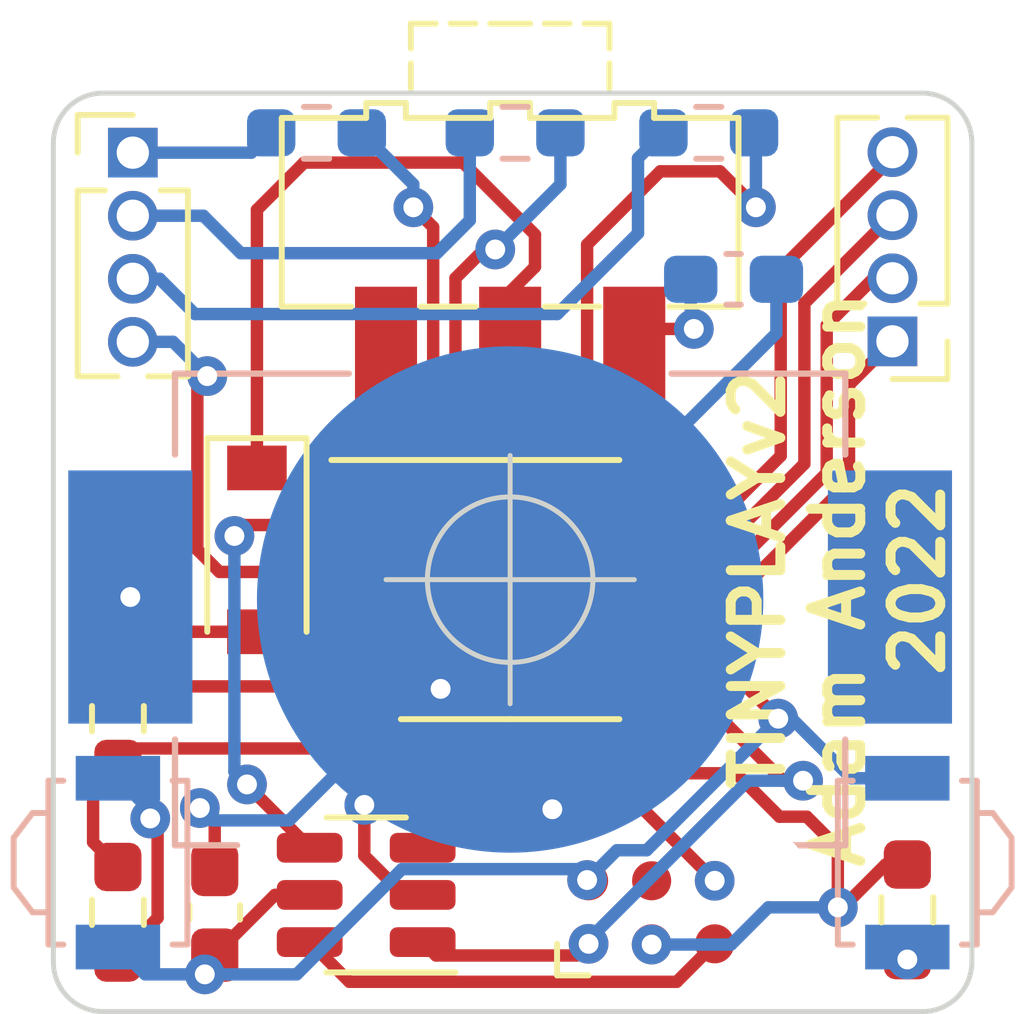
<source format=kicad_pcb>
(kicad_pcb (version 20211014) (generator pcbnew)
  (layers (0 "F.Cu" signal) (31 "B.Cu" signal) (34 "B.Paste" user) (35 "F.Paste" user) (36 "B.SilkS" user "B.Silkscreen") (37 "F.SilkS" user "F.Silkscreen") (38 "B.Mask" user) (39 "F.Mask" user) (44 "Edge.Cuts" user))
  (net 0 "")
  (net 1 "GND")
  (net 2 "Net-(D1-Pad1)")
  (net 3 "Net-(BT1-Pad1)")
  (net 4 "/PB0")
  (net 5 "/PB1")
  (net 6 "/PB3")
  (net 7 "Net-(J6-Pad1)")
  (net 8 "Net-(J6-Pad2)")
  (net 9 "Net-(J6-Pad3)")
  (net 10 "Net-(J6-Pad4)")
  (net 11 "Net-(J7-Pad1)")
  (net 12 "Net-(J7-Pad2)")
  (net 13 "Net-(J7-Pad3)")
  (net 14 "Net-(J7-Pad4)")
  (net 15 "Net-(R1-Pad2)")
  (net 16 "Net-(R2-Pad2)")
  (net 17 "Net-(R4-Pad1)")
  (net 18 "Net-(R5-Pad1)")
  (net 19 "Net-(R6-Pad1)")
  (net 21 "/PB2")
  (net 22 "VDD")
  (footprint "Connector:Tag-Connect_TC2030-IDC-NL_2x03_P1.27mm_Vertical" (layer "F.Cu") (at 92.05 45.5)
    (fp_text reference "J1" hide)
    (fp_text value "Conn_02x03_Odd_Even" hide)
    (fp_line (start -1.27 1.27) (end -1.905 1.27) (layer "F.SilkS") (width 0.12))
    (fp_line (start -1.905 1.27) (end -1.905 0.635) (layer "F.SilkS") (width 0.12))
    (pad "" np_thru_hole circle locked (at 2.54 -1.016) (size 0.9906 0.9906) (drill 0.9906) (layers *.Cu *.Mask))
    (pad "" np_thru_hole circle locked (at -2.54 0) (size 0.9906 0.9906) (drill 0.9906) (layers *.Cu *.Mask))
    (pad "" np_thru_hole circle locked (at 2.54 1.016) (size 0.9906 0.9906) (drill 0.9906) (layers *.Cu *.Mask))
    (pad "1" connect circle locked (at -1.27 0.635) (size 0.7874 0.7874) (layers "F.Cu" "F.Mask") (net 4 "/PB0"))
    (pad "2" connect circle locked (at -1.27 -0.635) (size 0.7874 0.7874) (layers "F.Cu" "F.Mask") (net 22 "VDD"))
    (pad "3" connect circle locked (at 0 0.635) (size 0.7874 0.7874) (layers "F.Cu" "F.Mask") (net 5 "/PB1"))
    (pad "4" connect circle locked (at 0 -0.635) (size 0.7874 0.7874) (layers "F.Cu" "F.Mask"))
    (pad "5" connect circle locked (at 1.27 0.635) (size 0.7874 0.7874) (layers "F.Cu" "F.Mask") (net 6 "/PB3"))
    (pad "6" connect circle locked (at 1.27 -0.635) (size 0.7874 0.7874) (layers "F.Cu" "F.Mask") (net 1 "GND"))
  )
  (footprint "Resistor_SMD:R_0603_1608Metric_Pad0.98x0.95mm_HandSolder" (layer "F.Cu") (at 81.3 45.5 -90)
    (fp_text reference "R2" hide)
    (fp_text value "15k" hide)
    (fp_line (start -0.254724 0.5225) (end 0.254724 0.5225) (layer "F.SilkS") (width 0.12))
    (fp_line (start -0.254724 -0.5225) (end 0.254724 -0.5225) (layer "F.SilkS") (width 0.12))
    (pad "1" smd roundrect locked (at -0.9125 0 270) (size 0.975 0.95) (layers "F.Cu" "F.Paste" "F.Mask") (net 5 "/PB1"))
    (pad "2" smd roundrect locked (at 0.9125 0 270) (size 0.975 0.95) (layers "F.Cu" "F.Paste" "F.Mask") (net 16 "Net-(R2-Pad2)"))
  )
  (footprint "Connector_PinHeader_1.27mm:PinHeader_1x04_P1.27mm_Vertical" (layer "F.Cu") (at 96.9 34 180)
    (fp_text reference "J7" hide)
    (fp_text value "Conn_01x04_Male" hide)
    (fp_line (start 1.11 0.76) (end 1.11 4.505) (layer "F.SilkS") (width 0.12))
    (fp_line (start 0.30753 4.505) (end 1.11 4.505) (layer "F.SilkS") (width 0.12))
    (fp_line (start -1.11 -0.76) (end 0 -0.76) (layer "F.SilkS") (width 0.12))
    (fp_line (start 0.563471 0.76) (end 1.11 0.76) (layer "F.SilkS") (width 0.12))
    (fp_line (start -1.11 0) (end -1.11 -0.76) (layer "F.SilkS") (width 0.12))
    (fp_line (start -1.11 4.505) (end -0.30753 4.505) (layer "F.SilkS") (width 0.12))
    (fp_line (start -1.11 0.76) (end -1.11 4.505) (layer "F.SilkS") (width 0.12))
    (fp_line (start -1.11 0.76) (end -0.563471 0.76) (layer "F.SilkS") (width 0.12))
    (pad "1" thru_hole rect locked (at 0 0 180) (size 1 1) (drill 0.65) (layers *.Cu *.Mask) (net 11 "Net-(J7-Pad1)"))
    (pad "2" thru_hole oval locked (at 0 1.27 180) (size 1 1) (drill 0.65) (layers *.Cu *.Mask) (net 12 "Net-(J7-Pad2)"))
    (pad "3" thru_hole oval locked (at 0 2.54 180) (size 1 1) (drill 0.65) (layers *.Cu *.Mask) (net 13 "Net-(J7-Pad3)"))
    (pad "4" thru_hole oval locked (at 0 3.81 180) (size 1 1) (drill 0.65) (layers *.Cu *.Mask) (net 14 "Net-(J7-Pad4)"))
  )
  (footprint "Package_TO_SOT_SMD:SOT-23-6" (layer "F.Cu") (at 86.3 45.15 180)
    (fp_text reference "U1" hide)
    (fp_text value "ATtiny5-TS" hide)
    (fp_line (start 0 -1.56) (end 0.8 -1.56) (layer "F.SilkS") (width 0.12))
    (fp_line (start 0 -1.56) (end -1.8 -1.56) (layer "F.SilkS") (width 0.12))
    (fp_line (start 0 1.56) (end -0.8 1.56) (layer "F.SilkS") (width 0.12))
    (fp_line (start 0 1.56) (end 0.8 1.56) (layer "F.SilkS") (width 0.12))
    (pad "1" smd roundrect locked (at -1.1375 -0.95 180) (size 1.325 0.6) (layers "F.Cu" "F.Paste" "F.Mask") (net 4 "/PB0"))
    (pad "2" smd roundrect locked (at -1.1375 0 180) (size 1.325 0.6) (layers "F.Cu" "F.Paste" "F.Mask") (net 1 "GND"))
    (pad "3" smd roundrect locked (at -1.1375 0.95 180) (size 1.325 0.6) (layers "F.Cu" "F.Paste" "F.Mask") (net 5 "/PB1"))
    (pad "4" smd roundrect locked (at 1.1375 0.95 180) (size 1.325 0.6) (layers "F.Cu" "F.Paste" "F.Mask") (net 21 "/PB2"))
    (pad "5" smd roundrect locked (at 1.1375 0 180) (size 1.325 0.6) (layers "F.Cu" "F.Paste" "F.Mask") (net 22 "VDD"))
    (pad "6" smd roundrect locked (at 1.1375 -0.95 180) (size 1.325 0.6) (layers "F.Cu" "F.Paste" "F.Mask") (net 6 "/PB3"))
  )
  (footprint "Resistor_SMD:R_0603_1608Metric_Pad0.98x0.95mm_HandSolder" (layer "F.Cu") (at 81.3 41.6 90)
    (fp_text reference "R3" hide)
    (fp_text value "10k" hide)
    (fp_line (start -0.254724 -0.5225) (end 0.254724 -0.5225) (layer "F.SilkS") (width 0.12))
    (fp_line (start -0.254724 0.5225) (end 0.254724 0.5225) (layer "F.SilkS") (width 0.12))
    (pad "1" smd roundrect locked (at -0.9125 0 90) (size 0.975 0.95) (layers "F.Cu" "F.Paste" "F.Mask") (net 5 "/PB1"))
    (pad "2" smd roundrect locked (at 0.9125 0 90) (size 0.975 0.95) (layers "F.Cu" "F.Paste" "F.Mask") (net 1 "GND"))
  )
  (footprint "Package_SO:TSSOP-14_4.4x5mm_P0.65mm" (layer "F.Cu") (at 89.2 39)
    (fp_text reference "U2" hide)
    (fp_text value "74HC164" hide)
    (fp_line (start 0 -2.61) (end -3.6 -2.61) (layer "F.SilkS") (width 0.12))
    (fp_line (start 0 2.61) (end -2.2 2.61) (layer "F.SilkS") (width 0.12))
    (fp_line (start 0 2.61) (end 2.2 2.61) (layer "F.SilkS") (width 0.12))
    (fp_line (start 0 -2.61) (end 2.2 -2.61) (layer "F.SilkS") (width 0.12))
    (pad "1" smd roundrect locked (at -2.8625 -1.95) (size 1.475 0.4) (layers "F.Cu" "F.Paste" "F.Mask") (net 21 "/PB2"))
    (pad "2" smd roundrect locked (at -2.8625 -1.3) (size 1.475 0.4) (layers "F.Cu" "F.Paste" "F.Mask") (net 21 "/PB2"))
    (pad "3" smd roundrect locked (at -2.8625 -0.65) (size 1.475 0.4) (layers "F.Cu" "F.Paste" "F.Mask") (net 17 "Net-(R4-Pad1)"))
    (pad "4" smd roundrect locked (at -2.8625 0) (size 1.475 0.4) (layers "F.Cu" "F.Paste" "F.Mask") (net 18 "Net-(R5-Pad1)"))
    (pad "5" smd roundrect locked (at -2.8625 0.65) (size 1.475 0.4) (layers "F.Cu" "F.Paste" "F.Mask") (net 19 "Net-(R6-Pad1)"))
    (pad "6" smd roundrect locked (at -2.8625 1.3) (size 1.475 0.4) (layers "F.Cu" "F.Paste" "F.Mask") (net 10 "Net-(J6-Pad4)"))
    (pad "7" smd roundrect locked (at -2.8625 1.95) (size 1.475 0.4) (layers "F.Cu" "F.Paste" "F.Mask") (net 1 "GND"))
    (pad "8" smd roundrect locked (at 2.8625 1.95) (size 1.475 0.4) (layers "F.Cu" "F.Paste" "F.Mask") (net 4 "/PB0"))
    (pad "9" smd roundrect locked (at 2.8625 1.3) (size 1.475 0.4) (layers "F.Cu" "F.Paste" "F.Mask") (net 22 "VDD"))
    (pad "10" smd roundrect locked (at 2.8625 0.65) (size 1.475 0.4) (layers "F.Cu" "F.Paste" "F.Mask") (net 11 "Net-(J7-Pad1)"))
    (pad "11" smd roundrect locked (at 2.8625 0) (size 1.475 0.4) (layers "F.Cu" "F.Paste" "F.Mask") (net 12 "Net-(J7-Pad2)"))
    (pad "12" smd roundrect locked (at 2.8625 -0.65) (size 1.475 0.4) (layers "F.Cu" "F.Paste" "F.Mask") (net 13 "Net-(J7-Pad3)"))
    (pad "13" smd roundrect locked (at 2.8625 -1.3) (size 1.475 0.4) (layers "F.Cu" "F.Paste" "F.Mask") (net 14 "Net-(J7-Pad4)"))
    (pad "14" smd roundrect locked (at 2.8625 -1.95) (size 1.475 0.4) (layers "F.Cu" "F.Paste" "F.Mask") (net 22 "VDD"))
  )
  (footprint "Capacitor_SMD:C_0603_1608Metric_Pad1.08x0.95mm_HandSolder" (layer "F.Cu") (at 83.25 45.5 90)
    (fp_text reference "C2" hide)
    (fp_text value "100nF" hide)
    (fp_line (start -0.146267 0.51) (end 0.146267 0.51) (layer "F.SilkS") (width 0.12))
    (fp_line (start -0.146267 -0.51) (end 0.146267 -0.51) (layer "F.SilkS") (width 0.12))
    (pad "1" smd roundrect locked (at -0.8625 0 90) (size 1.075 0.95) (layers "F.Cu" "F.Paste" "F.Mask") (net 22 "VDD"))
    (pad "2" smd roundrect locked (at 0.8625 0 90) (size 1.075 0.95) (layers "F.Cu" "F.Paste" "F.Mask") (net 1 "GND"))
  )
  (footprint "Connector_PinHeader_1.27mm:PinHeader_1x04_P1.27mm_Vertical" (layer "F.Cu") (at 81.6 30.2)
    (fp_text reference "J6" hide)
    (fp_text value "Conn_01x04_Male" hide)
    (fp_line (start -1.11 -0.76) (end 0 -0.76) (layer "F.SilkS") (width 0.12))
    (fp_line (start 0.30753 4.505) (end 1.11 4.505) (layer "F.SilkS") (width 0.12))
    (fp_line (start -1.11 0) (end -1.11 -0.76) (layer "F.SilkS") (width 0.12))
    (fp_line (start 0.563471 0.76) (end 1.11 0.76) (layer "F.SilkS") (width 0.12))
    (fp_line (start -1.11 0.76) (end -1.11 4.505) (layer "F.SilkS") (width 0.12))
    (fp_line (start 1.11 0.76) (end 1.11 4.505) (layer "F.SilkS") (width 0.12))
    (fp_line (start -1.11 4.505) (end -0.30753 4.505) (layer "F.SilkS") (width 0.12))
    (fp_line (start -1.11 0.76) (end -0.563471 0.76) (layer "F.SilkS") (width 0.12))
    (pad "1" thru_hole rect locked (at 0 0) (size 1 1) (drill 0.65) (layers *.Cu *.Mask) (net 7 "Net-(J6-Pad1)"))
    (pad "2" thru_hole oval locked (at 0 1.27) (size 1 1) (drill 0.65) (layers *.Cu *.Mask) (net 8 "Net-(J6-Pad2)"))
    (pad "3" thru_hole oval locked (at 0 2.54) (size 1 1) (drill 0.65) (layers *.Cu *.Mask) (net 9 "Net-(J6-Pad3)"))
    (pad "4" thru_hole oval locked (at 0 3.81) (size 1 1) (drill 0.65) (layers *.Cu *.Mask) (net 10 "Net-(J6-Pad4)"))
  )
  (footprint "Resistor_SMD:R_0603_1608Metric_Pad0.98x0.95mm_HandSolder" (layer "F.Cu") (at 97.2 45.45 -90)
    (fp_text reference "R1" hide)
    (fp_text value "6.8k" hide)
    (fp_line (start -0.254724 0.5225) (end 0.254724 0.5225) (layer "F.SilkS") (width 0.12))
    (fp_line (start -0.254724 -0.5225) (end 0.254724 -0.5225) (layer "F.SilkS") (width 0.12))
    (pad "1" smd roundrect locked (at -0.9125 0 270) (size 0.975 0.95) (layers "F.Cu" "F.Paste" "F.Mask") (net 5 "/PB1"))
    (pad "2" smd roundrect locked (at 0.9125 0 270) (size 0.975 0.95) (layers "F.Cu" "F.Paste" "F.Mask") (net 15 "Net-(R1-Pad2)"))
  )
  (footprint "Button_Switch_SMD:SW_SPDT_CK-JS102011SAQN" (layer "F.Cu") (at 89.2 31.4 180)
    (fp_text reference "SW1" hide)
    (fp_text value "SW_SPDT" hide)
    (fp_line (start -2.9 1.9) (end -4.6 1.9) (layer "F.SilkS") (width 0.12))
    (fp_line (start 2.9 1.9) (end 2.9 2.2) (layer "F.SilkS") (width 0.12))
    (fp_line (start 2 3.3) (end 2 3.3) (layer "F.SilkS") (width 0.12))
    (fp_line (start 0.4 3.8) (end -0.4 3.8) (layer "F.SilkS") (width 0.12))
    (fp_line (start 4.6 1.9) (end 2.9 1.9) (layer "F.SilkS") (width 0.12))
    (fp_line (start 2 3.8) (end 2 3.3) (layer "F.SilkS") (width 0.12))
    (fp_line (start 0.7 3.8) (end 0.7 3.8) (layer "F.SilkS") (width 0.12))
    (fp_line (start -2 3.8) (end -1.5 3.8) (layer "F.SilkS") (width 0.12))
    (fp_line (start 2.1 2.2) (end 2.1 1.9) (layer "F.SilkS") (width 0.12))
    (fp_line (start -2 3.8) (end -2 3.3) (layer "F.SilkS") (width 0.12))
    (fp_line (start 2 3) (end 2 2.5) (layer "F.SilkS") (width 0.12))
    (fp_line (start -4.6 1.9) (end -4.6 -1.9) (layer "F.SilkS") (width 0.12))
    (fp_line (start -0.7 -1.9) (end -1.8 -1.9) (layer "F.SilkS") (width 0.12))
    (fp_line (start -1.5 3.8) (end -1.5 3.8) (layer "F.SilkS") (width 0.12))
    (fp_line (start -2.1 2.2) (end -2.9 2.2) (layer "F.SilkS") (width 0.12))
    (fp_line (start 2 3.8) (end 1.5 3.8) (layer "F.SilkS") (width 0.12))
    (fp_line (start 4.6 -1.9) (end 4.6 1.9) (layer "F.SilkS") (width 0.12))
    (fp_line (start 0.4 2.2) (end -0.4 2.2) (layer "F.SilkS") (width 0.12))
    (fp_line (start -2 2.5) (end -2 2.5) (layer "F.SilkS") (width 0.12))
    (fp_line (start -1.2 3.8) (end -0.7 3.8) (layer "F.SilkS") (width 0.12))
    (fp_line (start 3.2 -1.9) (end 4.6 -1.9) (layer "F.SilkS") (width 0.12))
    (fp_line (start -0.4 1.9) (end -2.1 1.9) (layer "F.SilkS") (width 0.12))
    (fp_line (start -0.4 2.2) (end -0.4 1.9) (layer "F.SilkS") (width 0.12))
    (fp_line (start -2 3.3) (end -2 3.3) (layer "F.SilkS") (width 0.12))
    (fp_line (start -1.8 -1.9) (end -1.8 -1.9) (layer "F.SilkS") (width 0.12))
    (fp_line (start 2.9 2.2) (end 2.1 2.2) (layer "F.SilkS") (width 0.12))
    (fp_line (start -2.1 1.9) (end -2.1 2.2) (layer "F.SilkS") (width 0.12))
    (fp_line (start 1.2 3.8) (end 0.7 3.8) (layer "F.SilkS") (width 0.12))
    (fp_line (start -2.9 2.2) (end -2.9 1.9) (layer "F.SilkS") (width 0.12))
    (fp_line (start 0.4 1.9) (end 0.4 2.2) (layer "F.SilkS") (width 0.12))
    (fp_line (start -4.6 -1.9) (end -3.2 -1.9) (layer "F.SilkS") (width 0.12))
    (fp_line (start -2 3) (end -2 2.5) (layer "F.SilkS") (width 0.12))
    (fp_line (start 0.7 -1.9) (end 0.7 -1.9) (layer "F.SilkS") (width 0.12))
    (fp_line (start -0.4 3.8) (end -0.4 3.8) (layer "F.SilkS") (width 0.12))
    (fp_line (start -4.6 1.9) (end -4.6 1.9) (layer "F.SilkS") (width 0.12))
    (fp_line (start 2 2.5) (end 2 2.5) (layer "F.SilkS") (width 0.12))
    (fp_line (start 1.8 -1.9) (end 0.7 -1.9) (layer "F.SilkS") (width 0.12))
    (fp_line (start -0.7 3.8) (end -0.7 3.8) (layer "F.SilkS") (width 0.12))
    (fp_line (start 2.1 1.9) (end 0.4 1.9) (layer "F.SilkS") (width 0.12))
    (fp_line (start 1.5 3.8) (end 1.5 3.8) (layer "F.SilkS") (width 0.12))
    (pad "" np_thru_hole circle locked (at -3.4 0 180) (size 0.9 0.9) (drill 0.9) (layers *.Cu *.Mask))
    (pad "" np_thru_hole circle locked (at 3.4 0 180) (size 0.9 0.9) (drill 0.9) (layers *.Cu *.Mask))
    (pad "1" smd rect locked (at -2.5 -2.75 180) (size 1.25 2.5) (layers "F.Cu" "F.Paste" "F.Mask") (net 22 "VDD"))
    (pad "2" smd rect locked (at 0 -2.75 180) (size 1.25 2.5) (layers "F.Cu" "F.Paste" "F.Mask") (net 2 "Net-(D1-Pad1)"))
    (pad "3" smd rect locked (at 2.5 -2.75 180) (size 1.25 2.5) (layers "F.Cu" "F.Paste" "F.Mask"))
  )
  (footprint "Diode_SMD:D_SOD-123" (layer "F.Cu") (at 84.1 38.2 -90)
    (fp_text reference "D1" hide)
    (fp_text value "1N4148W" hide)
    (fp_line (start -2.25 -1) (end 1.65 -1) (layer "F.SilkS") (width 0.12))
    (fp_line (start -2.25 -1) (end -2.25 1) (layer "F.SilkS") (width 0.12))
    (fp_line (start -2.25 1) (end 1.65 1) (layer "F.SilkS") (width 0.12))
    (pad "1" smd rect locked (at -1.65 0 270) (size 0.9 1.2) (layers "F.Cu" "F.Paste" "F.Mask") (net 2 "Net-(D1-Pad1)"))
    (pad "2" smd rect locked (at 1.65 0 270) (size 0.9 1.2) (layers "F.Cu" "F.Paste" "F.Mask") (net 3 "Net-(BT1-Pad1)"))
  )
  (footprint "Resistor_SMD:R_0603_1608Metric_Pad0.98x0.95mm_HandSolder" (layer "B.Cu") (at 93.2 29.8 180)
    (fp_text reference "R6" hide)
    (fp_text value "1k" hide)
    (fp_line (start -0.254724 -0.5225) (end 0.254724 -0.5225) (layer "B.SilkS") (width 0.12))
    (fp_line (start -0.254724 0.5225) (end 0.254724 0.5225) (layer "B.SilkS") (width 0.12))
    (pad "1" smd roundrect locked (at -0.9125 0 180) (size 0.975 0.95) (layers "B.Cu" "B.Paste" "B.Mask") (net 19 "Net-(R6-Pad1)"))
    (pad "2" smd roundrect locked (at 0.9125 0 180) (size 0.975 0.95) (layers "B.Cu" "B.Paste" "B.Mask") (net 9 "Net-(J6-Pad3)"))
  )
  (footprint "BAT-HLD-012-SMT:BAT_BAT-HLD-012-SMT" (layer "B.Cu") (at 89.2 39.2 180)
    (fp_text reference "BT1" hide)
    (fp_text value "Battery_Cell" hide)
    (fp_line (start 6.75 4.55) (end 6.75 2.92) (layer "B.SilkS") (width 0.127))
    (fp_line (start -6.75 -4.95) (end -5.5 -4.95) (layer "B.SilkS") (width 0.127))
    (fp_line (start -6.75 -2.82) (end -6.75 -4.95) (layer "B.SilkS") (width 0.127))
    (fp_line (start 3.25 4.55) (end 6.75 4.55) (layer "B.SilkS") (width 0.127))
    (fp_line (start 6.75 -4.95) (end 6.75 -2.82) (layer "B.SilkS") (width 0.127))
    (fp_line (start -6.75 4.55) (end -3.25 4.55) (layer "B.SilkS") (width 0.127))
    (fp_line (start -6.75 2.92) (end -6.75 4.55) (layer "B.SilkS") (width 0.127))
    (fp_line (start 5.5 -4.95) (end 6.75 -4.95) (layer "B.SilkS") (width 0.127))
    (pad "N" smd circle locked (at 0 0 180) (size 10.2 10.2) (layers "B.Cu" "B.Mask") (net 1 "GND"))
    (pad "P1" smd rect locked (at -7.65 0.05 180) (size 2.5 5.1) (layers "B.Cu" "B.Paste" "B.Mask"))
    (pad "P2" smd rect locked (at 7.65 0.05 180) (size 2.5 5.1) (layers "B.Cu" "B.Paste" "B.Mask") (net 3 "Net-(BT1-Pad1)"))
  )
  (footprint "Capacitor_SMD:C_0603_1608Metric_Pad1.08x0.95mm_HandSolder" (layer "B.Cu") (at 93.7 32.75)
    (fp_text reference "C1" hide)
    (fp_text value "100nF" hide)
    (fp_line (start -0.146267 0.51) (end 0.146267 0.51) (layer "B.SilkS") (width 0.12))
    (fp_line (start -0.146267 -0.51) (end 0.146267 -0.51) (layer "B.SilkS") (width 0.12))
    (pad "1" smd roundrect locked (at -0.8625 0) (size 1.075 0.95) (layers "B.Cu" "B.Paste" "B.Mask") (net 22 "VDD"))
    (pad "2" smd roundrect locked (at 0.8625 0) (size 1.075 0.95) (layers "B.Cu" "B.Paste" "B.Mask") (net 1 "GND"))
  )
  (footprint "Resistor_SMD:R_0603_1608Metric_Pad0.98x0.95mm_HandSolder" (layer "B.Cu") (at 85.3 29.8 180)
    (fp_text reference "R4" hide)
    (fp_text value "1k" hide)
    (fp_line (start -0.254724 0.5225) (end 0.254724 0.5225) (layer "B.SilkS") (width 0.12))
    (fp_line (start -0.254724 -0.5225) (end 0.254724 -0.5225) (layer "B.SilkS") (width 0.12))
    (pad "1" smd roundrect locked (at -0.9125 0 180) (size 0.975 0.95) (layers "B.Cu" "B.Paste" "B.Mask") (net 17 "Net-(R4-Pad1)"))
    (pad "2" smd roundrect locked (at 0.9125 0 180) (size 0.975 0.95) (layers "B.Cu" "B.Paste" "B.Mask") (net 7 "Net-(J6-Pad1)"))
  )
  (footprint "Button_Switch_SMD:SW_SPST_B3U-3000P" (layer "B.Cu") (at 81.3 44.5 -90)
    (fp_text reference "SW3" hide)
    (fp_text value "SW_Push" hide)
    (fp_line (start 1.65 1.4) (end 1.65 1.1) (layer "B.SilkS") (width 0.12))
    (fp_line (start -1.65 -1.1) (end -1.65 -1.4) (layer "B.SilkS") (width 0.12))
    (fp_line (start -1.65 1.4) (end 1.65 1.4) (layer "B.SilkS") (width 0.12))
    (fp_line (start 1.65 -1.4) (end 1.65 -1.1) (layer "B.SilkS") (width 0.12))
    (fp_line (start -0.5 2.1) (end -1 1.72) (layer "B.SilkS") (width 0.12))
    (fp_line (start -1.65 -1.4) (end 1.65 -1.4) (layer "B.SilkS") (width 0.12))
    (fp_line (start 0.5 2.1) (end 1 1.72) (layer "B.SilkS") (width 0.12))
    (fp_line (start -1 1.72) (end -1 1.4) (layer "B.SilkS") (width 0.12))
    (fp_line (start -0.5 2.1) (end 0.5 2.1) (layer "B.SilkS") (width 0.12))
    (fp_line (start -1.65 1.1) (end -1.65 1.4) (layer "B.SilkS") (width 0.12))
    (fp_line (start 1 1.72) (end 1 1.4) (layer "B.SilkS") (width 0.12))
    (pad "1" smd rect locked (at -1.7 0 270) (size 0.9 1.7) (layers "B.Cu" "B.Paste" "B.Mask") (net 16 "Net-(R2-Pad2)"))
    (pad "2" smd rect locked (at 1.7 0 270) (size 0.9 1.7) (layers "B.Cu" "B.Paste" "B.Mask") (net 22 "VDD"))
  )
  (footprint "Button_Switch_SMD:SW_SPST_B3U-3000P" (layer "B.Cu") (at 97.2 44.5 90)
    (fp_text reference "SW2" hide)
    (fp_text value "SW_Push" hide)
    (fp_line (start -1.65 1.1) (end -1.65 1.4) (layer "B.SilkS") (width 0.12))
    (fp_line (start -1.65 -1.1) (end -1.65 -1.4) (layer "B.SilkS") (width 0.12))
    (fp_line (start 1.65 1.4) (end 1.65 1.1) (layer "B.SilkS") (width 0.12))
    (fp_line (start -1 1.72) (end -1 1.4) (layer "B.SilkS") (width 0.12))
    (fp_line (start -0.5 2.1) (end 0.5 2.1) (layer "B.SilkS") (width 0.12))
    (fp_line (start -1.65 -1.4) (end 1.65 -1.4) (layer "B.SilkS") (width 0.12))
    (fp_line (start 1.65 -1.4) (end 1.65 -1.1) (layer "B.SilkS") (width 0.12))
    (fp_line (start -0.5 2.1) (end -1 1.72) (layer "B.SilkS") (width 0.12))
    (fp_line (start 0.5 2.1) (end 1 1.72) (layer "B.SilkS") (width 0.12))
    (fp_line (start -1.65 1.4) (end 1.65 1.4) (layer "B.SilkS") (width 0.12))
    (fp_line (start 1 1.72) (end 1 1.4) (layer "B.SilkS") (width 0.12))
    (pad "1" smd rect locked (at -1.7 0 90) (size 0.9 1.7) (layers "B.Cu" "B.Paste" "B.Mask") (net 15 "Net-(R1-Pad2)"))
    (pad "2" smd rect locked (at 1.7 0 90) (size 0.9 1.7) (layers "B.Cu" "B.Paste" "B.Mask") (net 22 "VDD"))
  )
  (footprint "Resistor_SMD:R_0603_1608Metric_Pad0.98x0.95mm_HandSolder" (layer "B.Cu") (at 89.3 29.8 180)
    (fp_text reference "R5" hide)
    (fp_text value "1k" hide)
    (fp_line (start -0.254724 -0.5225) (end 0.254724 -0.5225) (layer "B.SilkS") (width 0.12))
    (fp_line (start -0.254724 0.5225) (end 0.254724 0.5225) (layer "B.SilkS") (width 0.12))
    (pad "1" smd roundrect locked (at -0.9125 0 180) (size 0.975 0.95) (layers "B.Cu" "B.Paste" "B.Mask") (net 18 "Net-(R5-Pad1)"))
    (pad "2" smd roundrect locked (at 0.9125 0 180) (size 0.975 0.95) (layers "B.Cu" "B.Paste" "B.Mask") (net 8 "Net-(J6-Pad2)"))
  )
  (gr_arc (start 97.5 29) (mid 98.207107 29.292893) (end 98.5 30) (layer "Edge.Cuts") (width 0.1))
  (gr_line (start 80 46.5) (end 80 30) (layer "Edge.Cuts") (width 0.1))
  (gr_arc (start 98.5 46.5) (mid 98.207107 47.207107) (end 97.5 47.5) (layer "Edge.Cuts") (width 0.1))
  (gr_line (start 98.5 30) (end 98.5 46.5) (layer "Edge.Cuts") (width 0.1))
  (gr_arc (start 80 30) (mid 80.292893 29.292893) (end 81 29) (layer "Edge.Cuts") (width 0.1))
  (gr_line (start 81 29) (end 97.5 29) (layer "Edge.Cuts") (width 0.1))
  (gr_arc (start 81 47.5) (mid 80.292893 47.207107) (end 80 46.5) (layer "Edge.Cuts") (width 0.1))
  (gr_line (start 97.5 47.5) (end 81 47.5) (layer "Edge.Cuts") (width 0.1))
  (gr_text "TINYPLAYv2\nAdam Anderson\n2022" (at 95.8 38.8 90) (layer "F.SilkS") (effects (font (size 1 1) (thickness 0.2))))
  (target plus (at 89.2 38.8) (size 5) (width 0.1) (layer "Edge.Cuts"))
  (segment (start 87.4375 45.15) (end 87.053928 45.15) (width 0.25) (layer "F.Cu") (net 1))
  (segment (start 81.5625 40.95) (end 86.3375 40.95) (width 0.25) (layer "F.Cu") (net 1))
  (segment (start 87.053928 45.15) (end 86.262701 44.358773) (width 0.25) (layer "F.Cu") (net 1))
  (segment (start 83.25 43.7) (end 82.95 43.4) (width 0.25) (layer "F.Cu") (net 1))
  (segment (start 81.3 40.6875) (end 81.5625 40.95) (width 0.25) (layer "F.Cu") (net 1))
  (segment (start 87.8 41) (end 87.75 40.95) (width 0.25) (layer "F.Cu") (net 1))
  (segment (start 91.8795 43.4245) (end 90.05 43.4245) (width 0.25) (layer "F.Cu") (net 1))
  (segment (start 86.262701 44.358773) (end 86.262701 43.337299) (width 0.25) (layer "F.Cu") (net 1))
  (segment (start 87.75 40.95) (end 86.3375 40.95) (width 0.25) (layer "F.Cu") (net 1))
  (segment (start 93.32 44.865) (end 91.8795 43.4245) (width 0.25) (layer "F.Cu") (net 1))
  (segment (start 83.25 44.6375) (end 83.25 43.7) (width 0.25) (layer "F.Cu") (net 1))
  (segment (start 93.32 44.88) (end 93.32 44.865) (width 0.25) (layer "F.Cu") (net 1))
  (via (at 87.8 41) (size 0.8) (drill 0.4) (layers "F.Cu" "B.Cu") (net 1))
  (via (at 86.262701 43.337299) (size 0.8) (drill 0.4) (layers "F.Cu" "B.Cu") (net 1))
  (via (at 82.95 43.4) (size 0.8) (drill 0.4) (layers "F.Cu" "B.Cu") (net 1))
  (via (at 93.32 44.865) (size 0.8) (drill 0.4) (layers "F.Cu" "B.Cu") (net 1))
  (via (at 90.05 43.4245) (size 0.8) (drill 0.4) (layers "F.Cu" "B.Cu") (net 1))
  (segment (start 89.2 42.5745) (end 89.2 39.2) (width 0.25) (layer "B.Cu") (net 1))
  (segment (start 86.262701 43.337299) (end 89.2 40.4) (width 0.25) (layer "B.Cu") (net 1))
  (segment (start 94.5625 32.75) (end 94.5625 33.8375) (width 0.25) (layer "B.Cu") (net 1))
  (segment (start 82.95 43.4) (end 83.199011 43.649011) (width 0.25) (layer "B.Cu") (net 1))
  (segment (start 89.2 39.6) (end 89.2 39.2) (width 0.25) (layer "B.Cu") (net 1))
  (segment (start 92.25 42.5) (end 89.2 39.45) (width 0.25) (layer "B.Cu") (net 1))
  (segment (start 90.05 43.4245) (end 89.2 42.5745) (width 0.25) (layer "B.Cu") (net 1))
  (segment (start 89.2 40.4) (end 89.2 39.2) (width 0.25) (layer "B.Cu") (net 1))
  (segment (start 94.5625 33.8375) (end 89.2 39.2) (width 0.25) (layer "B.Cu") (net 1))
  (segment (start 83.199011 43.649011) (end 84.750989 43.649011) (width 0.25) (layer "B.Cu") (net 1))
  (segment (start 89.2 39.45) (end 89.2 39.2) (width 0.25) (layer "B.Cu") (net 1))
  (segment (start 87.8 41) (end 89.2 39.6) (width 0.25) (layer "B.Cu") (net 1))
  (segment (start 84.750989 43.649011) (end 89.2 39.2) (width 0.25) (layer "B.Cu") (net 1))
  (segment (start 84.1 36.55) (end 84.1 31.35) (width 0.25) (layer "F.Cu") (net 2))
  (segment (start 88.25 30.4) (end 89.7 31.85) (width 0.25) (layer "F.Cu") (net 2))
  (segment (start 89.7 32.5) (end 89.2 33) (width 0.25) (layer "F.Cu") (net 2))
  (segment (start 89.7 31.85) (end 89.7 32.5) (width 0.25) (layer "F.Cu") (net 2))
  (segment (start 84.1 31.35) (end 85.05 30.4) (width 0.25) (layer "F.Cu") (net 2))
  (segment (start 85.05 30.4) (end 88.25 30.4) (width 0.25) (layer "F.Cu") (net 2))
  (segment (start 89.2 33) (end 89.2 34.15) (width 0.25) (layer "F.Cu") (net 2))
  (segment (start 82.25 39.85) (end 84.1 39.85) (width 0.25) (layer "F.Cu") (net 3))
  (segment (start 81.55 39.15) (end 82.25 39.85) (width 0.25) (layer "F.Cu") (net 3))
  (via (at 81.55 39.15) (size 0.8) (drill 0.4) (layers "F.Cu" "B.Cu") (net 3))
  (segment (start 81.55 38.350011) (end 81.650011 38.25) (width 0.25) (layer "B.Cu") (net 3))
  (segment (start 92.8 40.95) (end 92.0625 40.95) (width 0.25) (layer "F.Cu") (net 4))
  (segment (start 94.7 42.85) (end 92.8 40.95) (width 0.25) (layer "F.Cu") (net 4))
  (segment (start 95.1 42.85) (end 94.7 42.85) (width 0.25) (layer "F.Cu") (net 4))
  (segment (start 87.707321 46.369821) (end 90.545179 46.369821) (width 0.25) (layer "F.Cu") (net 4))
  (segment (start 90.545179 46.369821) (end 90.78 46.135) (width 0.25) (layer "F.Cu") (net 4))
  (segment (start 87.4375 46.1) (end 87.707321 46.369821) (width 0.25) (layer "F.Cu") (net 4))
  (via (at 90.78 46.135) (size 0.8) (drill 0.4) (layers "F.Cu" "B.Cu") (net 4))
  (via (at 95.1 42.85) (size 0.8) (drill 0.4) (layers "F.Cu" "B.Cu") (net 4))
  (segment (start 95.1 42.85) (end 93.985718 42.85) (width 0.25) (layer "B.Cu") (net 4))
  (segment (start 93.985718 42.85) (end 90.78 46.055718) (width 0.25) (layer "B.Cu") (net 4))
  (segment (start 90.78 46.055718) (end 90.78 46.135) (width 0.25) (layer "B.Cu") (net 4))
  (segment (start 95.8 45.4) (end 95.8 44.2) (width 0.25) (layer "F.Cu") (net 5))
  (segment (start 80.8 43.0125) (end 81.3 42.5125) (width 0.25) (layer "F.Cu") (net 5))
  (segment (start 95.8 45.4) (end 95.9 45.4) (width 0.25) (layer "F.Cu") (net 5))
  (segment (start 95.8 44.2) (end 95.174511 43.574511) (width 0.25) (layer "F.Cu") (net 5))
  (segment (start 80.8 44.0875) (end 80.8 43.0125) (width 0.25) (layer "F.Cu") (net 5))
  (segment (start 88.3 42.7) (end 87.4375 43.5625) (width 0.25) (layer "F.Cu") (net 5))
  (segment (start 95.174511 43.574511) (end 94.624511 43.574511) (width 0.25) (layer "F.Cu") (net 5))
  (segment (start 95.9 45.4) (end 96.7625 44.5375) (width 0.25) (layer "F.Cu") (net 5))
  (segment (start 87.4375 43.5625) (end 87.4375 44.2) (width 0.25) (layer "F.Cu") (net 5))
  (segment (start 87.4375 44.2) (end 87.4375 43.4875) (width 0.25) (layer "F.Cu") (net 5))
  (segment (start 87.4375 43.4875) (end 86.15 42.2) (width 0.25) (layer "F.Cu") (net 5))
  (segment (start 94.624511 43.574511) (end 93.75 42.7) (width 0.25) (layer "F.Cu") (net 5))
  (segment (start 93.75 42.7) (end 88.3 42.7) (width 0.25) (layer "F.Cu") (net 5))
  (segment (start 81.6125 42.2) (end 81.3 42.5125) (width 0.25) (layer "F.Cu") (net 5))
  (segment (start 97.1875 44.55) (end 97.2 44.5375) (width 0.25) (layer "F.Cu") (net 5))
  (segment (start 81.3 44.5875) (end 80.8 44.0875) (width 0.25) (layer "F.Cu") (net 5))
  (segment (start 86.15 42.2) (end 81.6125 42.2) (width 0.25) (layer "F.Cu") (net 5))
  (segment (start 96.7625 44.5375) (end 97.2 44.5375) (width 0.25) (layer "F.Cu") (net 5))
  (via (at 95.8 45.4) (size 0.8) (drill 0.4) (layers "F.Cu" "B.Cu") (net 5))
  (via (at 92.05 46.15) (size 0.8) (drill 0.4) (layers "F.Cu" "B.Cu") (net 5))
  (segment (start 95.8 45.4) (end 94.4 45.4) (width 0.25) (layer "B.Cu") (net 5))
  (segment (start 93.65 46.15) (end 92.05 46.15) (width 0.25) (layer "B.Cu") (net 5))
  (segment (start 94.4 45.4) (end 93.65 46.15) (width 0.25) (layer "B.Cu") (net 5))
  (segment (start 85.9625 46.9) (end 92.555 46.9) (width 0.25) (layer "F.Cu") (net 6))
  (segment (start 85.1625 46.1) (end 85.9625 46.9) (width 0.25) (layer "F.Cu") (net 6))
  (segment (start 92.555 46.9) (end 93.32 46.135) (width 0.25) (layer "F.Cu") (net 6))
  (segment (start 84.3875 29.8) (end 83.9875 30.2) (width 0.25) (layer "B.Cu") (net 7))
  (segment (start 83.9875 30.2) (end 81.6 30.2) (width 0.25) (layer "B.Cu") (net 7))
  (segment (start 83.02 31.47) (end 83.774521 32.224521) (width 0.25) (layer "B.Cu") (net 8))
  (segment (start 88.3875 31.5625) (end 88.3875 29.8) (width 0.25) (layer "B.Cu") (net 8))
  (segment (start 87.725479 32.224521) (end 88.3875 31.5625) (width 0.25) (layer "B.Cu") (net 8))
  (segment (start 83.774521 32.224521) (end 87.725479 32.224521) (width 0.25) (layer "B.Cu") (net 8))
  (segment (start 81.6 31.47) (end 83.02 31.47) (width 0.25) (layer "B.Cu") (net 8))
  (segment (start 81.6 32.74) (end 82.14 32.74) (width 0.25) (layer "B.Cu") (net 9))
  (segment (start 82.14 32.74) (end 82.85 33.45) (width 0.25) (layer "B.Cu") (net 9))
  (segment (start 90.15 33.45) (end 91.775479 31.824521) (width 0.25) (layer "B.Cu") (net 9))
  (segment (start 91.775479 31.824521) (end 91.775479 30.312021) (width 0.25) (layer "B.Cu") (net 9))
  (segment (start 91.775479 30.312021) (end 92.2875 29.8) (width 0.25) (layer "B.Cu") (net 9))
  (segment (start 82.85 33.45) (end 90.15 33.45) (width 0.25) (layer "B.Cu") (net 9))
  (segment (start 85.649639 40.3) (end 85.1 39.750361) (width 0.25) (layer "F.Cu") (net 10))
  (segment (start 82.9 34.9) (end 83.1 34.7) (width 0.25) (layer "F.Cu") (net 10))
  (segment (start 82.9 38.198737) (end 82.9 34.9) (width 0.25) (layer "F.Cu") (net 10))
  (segment (start 86.3375 40.3) (end 85.649639 40.3) (width 0.25) (layer "F.Cu") (net 10))
  (segment (start 83.345946 38.644683) (end 82.9 38.198737) (width 0.25) (layer "F.Cu") (net 10))
  (segment (start 85.1 39) (end 84.744683 38.644683) (width 0.25) (layer "F.Cu") (net 10))
  (segment (start 85.1 39.750361) (end 85.1 39) (width 0.25) (layer "F.Cu") (net 10))
  (segment (start 84.744683 38.644683) (end 83.345946 38.644683) (width 0.25) (layer "F.Cu") (net 10))
  (via (at 83.1 34.7) (size 0.8) (drill 0.4) (layers "F.Cu" "B.Cu") (net 10))
  (segment (start 83.1 34.7) (end 82.41 34.01) (width 0.25) (layer "B.Cu") (net 10))
  (segment (start 82.41 34.01) (end 81.6 34.01) (width 0.25) (layer "B.Cu") (net 10))
  (segment (start 93.214282 39.65) (end 96.025489 36.838793) (width 0.25) (layer "F.Cu") (net 11))
  (segment (start 96.025489 34.874511) (end 96.9 34) (width 0.25) (layer "F.Cu") (net 11))
  (segment (start 96.025489 36.838793) (end 96.025489 34.874511) (width 0.25) (layer "F.Cu") (net 11))
  (segment (start 92.0625 39.65) (end 93.214282 39.65) (width 0.25) (layer "F.Cu") (net 11))
  (segment (start 92.0625 39) (end 93.228564 39) (width 0.25) (layer "F.Cu") (net 12))
  (segment (start 96.520978 32.73) (end 96.9 32.73) (width 0.25) (layer "F.Cu") (net 12))
  (segment (start 93.228564 39) (end 95.575969 36.652595) (width 0.25) (layer "F.Cu") (net 12))
  (segment (start 95.575969 33.675009) (end 96.520978 32.73) (width 0.25) (layer "F.Cu") (net 12))
  (segment (start 95.575969 36.652595) (end 95.575969 33.675009) (width 0.25) (layer "F.Cu") (net 12))
  (segment (start 95.126449 33.233551) (end 96.9 31.46) (width 0.25) (layer "F.Cu") (net 13))
  (segment (start 92.0625 38.35) (end 93.242846 38.35) (width 0.25) (layer "F.Cu") (net 13))
  (segment (start 95.126449 36.466397) (end 95.126449 33.233551) (width 0.25) (layer "F.Cu") (net 13))
  (segment (start 93.242846 38.35) (end 95.126449 36.466397) (width 0.25) (layer "F.Cu") (net 13))
  (segment (start 92.0625 37.7) (end 93.257128 37.7) (width 0.25) (layer "F.Cu") (net 14))
  (segment (start 94.65 32.543964) (end 96.9 30.293964) (width 0.25) (layer "F.Cu") (net 14))
  (segment (start 94.65 36.307128) (end 94.65 32.543964) (width 0.25) (layer "F.Cu") (net 14))
  (segment (start 93.257128 37.7) (end 94.65 36.307128) (width 0.25) (layer "F.Cu") (net 14))
  (segment (start 96.9 30.293964) (end 96.9 30.19) (width 0.25) (layer "F.Cu") (net 14))
  (segment (start 97.2 46.3625) (end 97.2 46.45) (width 0.25) (layer "F.Cu") (net 15))
  (via (at 97.2 46.45) (size 0.8) (drill 0.4) (layers "F.Cu" "B.Cu") (net 15))
  (segment (start 97.2 46.45) (end 97.2 46.2) (width 0.25) (layer "B.Cu") (net 15))
  (segment (start 82.09952 43.758193) (end 81.951231 43.609904) (width 0.25) (layer "F.Cu") (net 16))
  (segment (start 81.3 46.4125) (end 82.09952 45.61298) (width 0.25) (layer "F.Cu") (net 16))
  (segment (start 82.09952 45.61298) (end 82.09952 43.758193) (width 0.25) (layer "F.Cu") (net 16))
  (via (at 81.951231 43.609904) (size 0.8) (drill 0.4) (layers "F.Cu" "B.Cu") (net 16))
  (segment (start 81.951231 43.451231) (end 81.3 42.8) (width 0.25) (layer "B.Cu") (net 16))
  (segment (start 81.951231 43.609904) (end 81.951231 43.451231) (width 0.25) (layer "B.Cu") (net 16))
  (segment (start 87.649511 37.72585) (end 87.649511 31.699511) (width 0.25) (layer "F.Cu") (net 17))
  (segment (start 87.649511 31.699511) (end 87.25 31.3) (width 0.25) (layer "F.Cu") (net 17))
  (segment (start 87.025361 38.35) (end 87.649511 37.72585) (width 0.25) (layer "F.Cu") (net 17))
  (segment (start 86.3375 38.35) (end 87.025361 38.35) (width 0.25) (layer "F.Cu") (net 17))
  (via (at 87.25 31.3) (size 0.8) (drill 0.4) (layers "F.Cu" "B.Cu") (net 17))
  (segment (start 87.25 31.3) (end 87.25 30.8375) (width 0.25) (layer "B.Cu") (net 17))
  (segment (start 87.25 30.8375) (end 86.2125 29.8) (width 0.25) (layer "B.Cu") (net 17))
  (segment (start 88.099031 37.950969) (end 87.05 39) (width 0.25) (layer "F.Cu") (net 18))
  (segment (start 87.05 39) (end 86.3375 39) (width 0.25) (layer "F.Cu") (net 18))
  (segment (start 88.675978 32.15) (end 88.099031 32.726947) (width 0.25) (layer "F.Cu") (net 18))
  (segment (start 88.099031 32.726947) (end 88.099031 37.950969) (width 0.25) (layer "F.Cu") (net 18))
  (segment (start 88.9 32.15) (end 88.675978 32.15) (width 0.25) (layer "F.Cu") (net 18))
  (via (at 88.9 32.15) (size 0.8) (drill 0.4) (layers "F.Cu" "B.Cu") (net 18))
  (segment (start 88.9 32.15) (end 90.2125 30.8375) (width 0.25) (layer "B.Cu") (net 18))
  (segment (start 90.2125 30.8375) (end 90.2125 29.8) (width 0.25) (layer "B.Cu") (net 18))
  (segment (start 90.750489 32.049511) (end 92.224521 30.575479) (width 0.25) (layer "F.Cu") (net 19))
  (segment (start 92.224521 30.575479) (end 93.425479 30.575479) (width 0.25) (layer "F.Cu") (net 19))
  (segment (start 87.15 39.65) (end 90.750489 36.049511) (width 0.25) (layer "F.Cu") (net 19))
  (segment (start 86.3375 39.65) (end 87.15 39.65) (width 0.25) (layer "F.Cu") (net 19))
  (segment (start 90.750489 36.049511) (end 90.750489 32.049511) (width 0.25) (layer "F.Cu") (net 19))
  (segment (start 93.425479 30.575479) (end 94.15 31.3) (width 0.25) (layer "F.Cu") (net 19))
  (via (at 94.15 31.3) (size 0.8) (drill 0.4) (layers "F.Cu" "B.Cu") (net 19))
  (segment (start 94.15 29.8375) (end 94.1125 29.8) (width 0.25) (layer "B.Cu") (net 19))
  (segment (start 94.15 31.3) (end 94.15 29.8375) (width 0.25) (layer "B.Cu") (net 19))
  (segment (start 83.9 42.9375) (end 85.1625 44.2) (width 0.25) (layer "F.Cu") (net 21))
  (segment (start 86.3375 37.7) (end 86.3375 37.05) (width 0.25) (layer "F.Cu") (net 21))
  (segment (start 83.646049 37.920172) (end 83.866221 37.7) (width 0.25) (layer "F.Cu") (net 21))
  (segment (start 83.9 42.9245) (end 83.9 42.9375) (width 0.25) (layer "F.Cu") (net 21))
  (segment (start 83.866221 37.7) (end 86.3375 37.7) (width 0.25) (layer "F.Cu") (net 21))
  (via (at 83.9 42.9245) (size 0.8) (drill 0.4) (layers "F.Cu" "B.Cu") (net 21))
  (via (at 83.646049 37.920172) (size 0.8) (drill 0.4) (layers "F.Cu" "B.Cu") (net 21))
  (segment (start 83.9 42.9245) (end 83.646049 42.670549) (width 0.25) (layer "B.Cu") (net 21))
  (segment (start 83.646049 42.670549) (end 83.646049 37.920172) (width 0.25) (layer "B.Cu") (net 21))
  (segment (start 92.0625 40.3) (end 93.3 40.3) (width 0.25) (layer "F.Cu") (net 22))
  (segment (start 91.3 37.05) (end 92.0625 37.05) (width 0.25) (layer "F.Cu") (net 22))
  (segment (start 91.35 40.3) (end 90.8 39.75) (width 0.25) (layer "F.Cu") (net 22))
  (segment (start 84.4625 45.15) (end 85.1625 45.15) (width 0.25) (layer "F.Cu") (net 22))
  (segment (start 93.3 40.3) (end 94.6 41.6) (width 0.25) (layer "F.Cu") (net 22))
  (segment (start 92.9 33.75) (end 92.1 33.75) (width 0.25) (layer "F.Cu") (net 22))
  (segment (start 90.8 37.55) (end 91.3 37.05) (width 0.25) (layer "F.Cu") (net 22))
  (segment (start 90.8 39.75) (end 90.8 37.55) (width 0.25) (layer "F.Cu") (net 22))
  (segment (start 92.0375 34.4875) (end 91.7 34.15) (width 0.25) (layer "F.Cu") (net 22))
  (segment (start 83.05 46.5625) (end 83.25 46.3625) (width 0.25) (layer "F.Cu") (net 22))
  (segment (start 92.0625 40.3) (end 91.35 40.3) (width 0.25) (layer "F.Cu") (net 22))
  (segment (start 92.0625 37.05) (end 91.7 36.6875) (width 0.25) (layer "F.Cu") (net 22))
  (segment (start 83.25 46.3625) (end 84.4625 45.15) (width 0.25) (layer "F.Cu") (net 22))
  (segment (start 83.05 46.75) (end 83.05 46.5625) (width 0.25) (layer "F.Cu") (net 22))
  (segment (start 92.1 33.75) (end 91.7 34.15) (width 0.25) (layer "F.Cu") (net 22))
  (segment (start 91.7 36.6875) (end 91.7 34.15) (width 0.25) (layer "F.Cu") (net 22))
  (via (at 94.6 41.6) (size 0.8) (drill 0.4) (layers "F.Cu" "B.Cu") (net 22))
  (via (at 92.9 33.75) (size 0.8) (drill 0.4) (layers "F.Cu" "B.Cu") (net 22))
  (via (at 90.75 44.85) (size 0.8) (drill 0.4) (layers "F.Cu" "B.Cu") (net 22))
  (via (at 83.05 46.75) (size 0.8) (drill 0.4) (layers "F.Cu" "B.Cu") (net 22))
  (segment (start 91.95 44.25) (end 91.35 44.25) (width 0.25) (layer "B.Cu") (net 22))
  (segment (start 87.019821 44.630179) (end 85.75 45.9) (width 0.25) (layer "B.Cu") (net 22))
  (segment (start 92.8375 33.6875) (end 92.8375 32.75) (width 0.25) (layer "B.Cu") (net 22))
  (segment (start 94.6 41.6) (end 91.95 44.25) (width 0.25) (layer "B.Cu") (net 22))
  (segment (start 94.6 41.6) (end 94.874614 41.6) (width 0.25) (layer "B.Cu") (net 22))
  (segment (start 94.874614 41.6) (end 96.074614 42.8) (width 0.25) (layer "B.Cu") (net 22))
  (segment (start 91.35 44.25) (end 90.75 44.85) (width 0.25) (layer "B.Cu") (net 22))
  (segment (start 83.05 46.75) (end 81.85 46.75) (width 0.25) (layer "B.Cu") (net 22))
  (segment (start 90.530179 44.630179) (end 87.019821 44.630179) (width 0.25) (layer "B.Cu") (net 22))
  (segment (start 81.85 46.75) (end 81.3 46.2) (width 0.25) (layer "B.Cu") (net 22))
  (segment (start 85.75 45.9) (end 84.9 46.75) (width 0.25) (layer "B.Cu") (net 22))
  (segment (start 84.9 46.75) (end 83.05 46.75) (width 0.25) (layer "B.Cu") (net 22))
  (segment (start 92.9 33.75) (end 92.8375 33.6875) (width 0.25) (layer "B.Cu") (net 22))
  (segment (start 90.75 44.85) (end 90.530179 44.630179) (width 0.25) (layer "B.Cu") (net 22))
  (segment (start 96.074614 42.8) (end 97.2 42.8) (width 0.25) (layer "B.Cu") (net 22))
)
</source>
